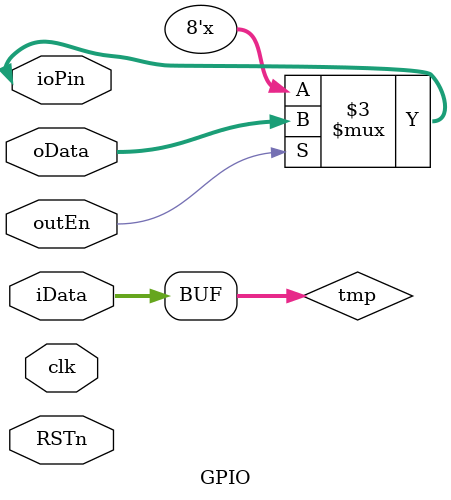
<source format=v>
/*
 * @Author: Xuejian Sun 
 * @Date: 2023-02-27 17:56:13 
 * @Last Modified by: Xuejian Sun
 * @Last Modified time: 2023-02-27 18:20:39
 */

module GPIO (
  input   wire        outEn,
  input   wire  [7:0] oData,
  input   wire  [7:0] iData,
  input   wire        clk,
  input   wire        RSTn,

  inout   wire  [7:0] ioPin
);

  reg [7:0] tmp;

  always @(posedge clk or negedge RSTn) begin
    if (~RSTn) tmp <= 8'h0;
    else tmp <= ioPin;
  end

  assign tmp = iData;
  assign ioPin = outEn ? oData : 8'bzzzzzzzz;
  
endmodule
</source>
